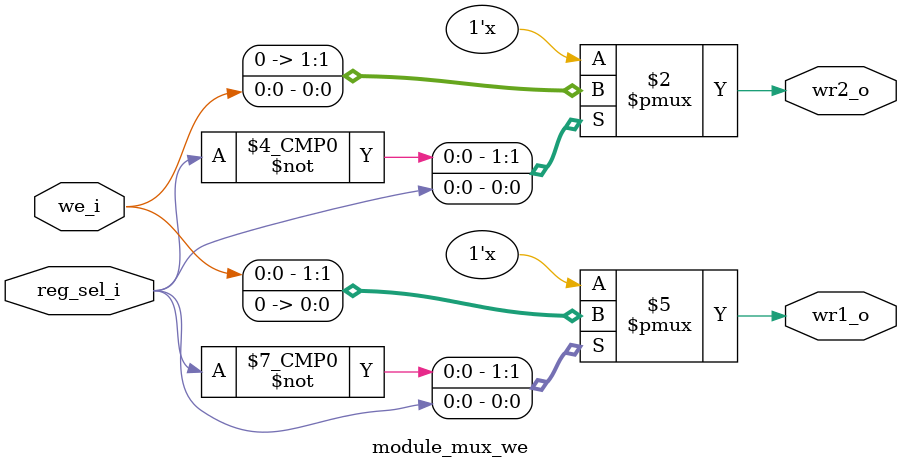
<source format=sv>
module module_mux_we (
    input logic         we_i,
                        reg_sel_i,
    output  logic       wr1_o,
                        wr2_o
        
);

    always@(*) begin
    
        case(reg_sel_i)
        
            0: 
                begin
                    wr1_o = we_i;
                    wr2_o = 0;
                end
            
            1:  
                begin
                    wr1_o = 0;
                    wr2_o = we_i;
                end
            
        endcase

    end

endmodule
</source>
